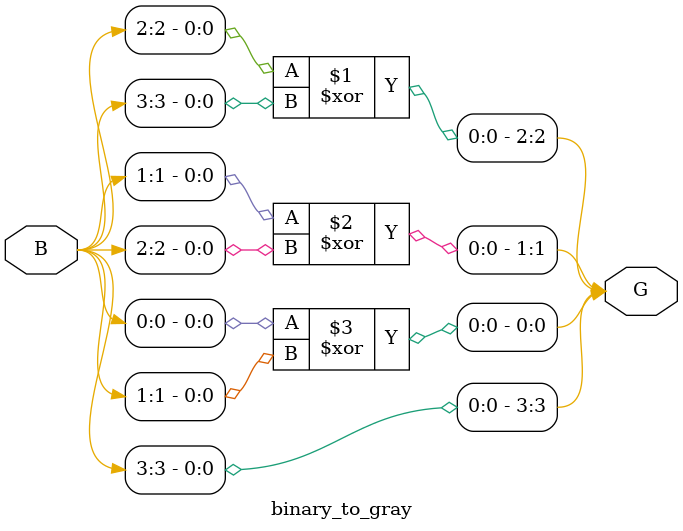
<source format=v>
module binary_to_gray (
    input [3:0] B,
    output [3:0] G
);

// Assign MSB directly
assign G[3] = B[3];

// Connect remaining bits with XOR operations
assign G[2] = B[2] ^ B[3];
assign G[1] = B[1] ^ B[2];
assign G[0] = B[0] ^ B[1];

endmodule


</source>
